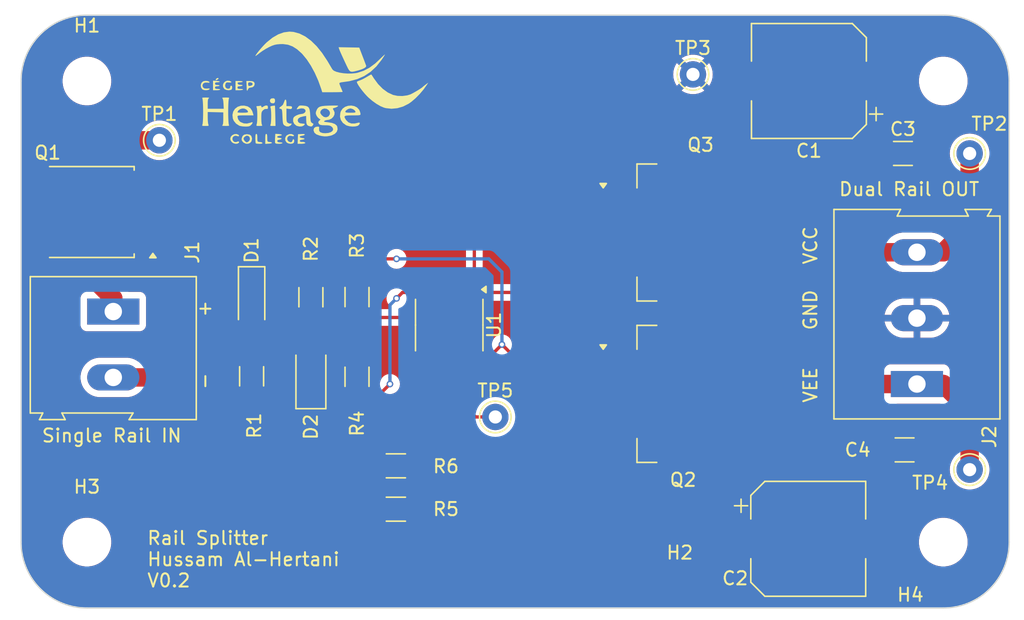
<source format=kicad_pcb>
(kicad_pcb (version 20240108) (generator "pcbnew") (generator_version "8.0")
  (layers (0 "F.Cu" signal) (31 "B.Cu" signal) (34 "B.Paste" user) (35 "F.Paste" user) (36 "B.SilkS" user "B.Silkscreen") (37 "F.SilkS" user "F.Silkscreen") (38 "B.Mask" user) (39 "F.Mask" user) (44 "Edge.Cuts" user))
  (net 0 "")
  (net 1 "VCC")
  (net 2 "GND")
  (net 3 "VEE")
  (net 4 "Net-(D1-A)")
  (net 5 "Net-(D2-A)")
  (net 6 "/PWRIN")
  (net 7 "Net-(Q2-B)")
  (net 8 "Net-(U1A-+)")
  (net 9 "Net-(U1B-+)")
  (net 10 "Net-(U1B--)")
  (footprint "LED_SMD:LED_1206_3216Metric_Pad1.42x1.75mm_HandSolder" (layer "F.Cu") (at 172 77.4125 90)
    (property "Reference" "D2" (at -3.8375 0 270) (layer "F.SilkS"))
    (property "Value" "LED")
    (pad "1" smd roundrect (at -1.4875 0 90) (size 1.425 1.75) (layers "F.Cu" "F.Paste" "F.Mask") (roundrect_rratio 0.175439) (net 3 "VEE"))
    (pad "2" smd roundrect (at 1.4875 0 90) (size 1.425 1.75) (layers "F.Cu" "F.Paste" "F.Mask") (roundrect_rratio 0.175439) (net 5 "Net-(D2-A)"))
  )
  (footprint "Capacitor_SMD:CP_Elec_8x10.5" (layer "F.Cu") (at 209.8 55 180)
    (property "Reference" "C1" (at 0 -5.3 180) (layer "F.SilkS"))
    (property "Value" "100u")
    (pad "1" smd roundrect (at -3.7 0 180) (size 4.4 2.5) (layers "F.Cu" "F.Paste" "F.Mask") (roundrect_rratio 0.1) (net 1 "VCC"))
    (pad "2" smd roundrect (at 3.7 0 180) (size 4.4 2.5) (layers "F.Cu" "F.Paste" "F.Mask") (roundrect_rratio 0.1) (net 2 "GND"))
  )
  (footprint "TestPoint:TestPoint_THTPad_D2.0mm_Drill1.0mm" (layer "F.Cu") (at 222 60.5)
    (property "Reference" "TP2" (at 1.5 -2.25 0) (layer "F.SilkS"))
    (property "Value" "VCC")
    (pad "1" thru_hole circle (at 0 0) (size 2 2) (drill 1) (layers "*.Cu" "*.Mask") (net 1 "VCC"))
  )
  (footprint "Package_TO_SOT_SMD:TO-263-2" (layer "F.Cu") (at 201.575 66.5)
    (property "Reference" "Q3" (at 0 -6.65 0) (layer "F.SilkS"))
    (property "Value" "NJVMJB41CT4G")
    (pad "1" smd roundrect (at -7.65 -2.54) (size 4.6 1.1) (layers "F.Cu" "F.Paste" "F.Mask") (roundrect_rratio 0.227273) (net 7 "Net-(Q2-B)"))
    (pad "2" smd roundrect (at -0.925 -2.775) (size 4.55 5.25) (layers "F.Cu" "F.Paste") (roundrect_rratio 0.054945) (net 1 "VCC"))
    (pad "2" smd roundrect (at -0.925 2.775) (size 4.55 5.25) (layers "F.Cu" "F.Paste") (roundrect_rratio 0.054945) (net 1 "VCC"))
    (pad "2" smd roundrect (at 1.5 0) (size 9.4 10.8) (layers "F.Cu" "F.Mask") (roundrect_rratio 0.026596) (net 1 "VCC"))
    (pad "2" smd roundrect (at 3.925 -2.775) (size 4.55 5.25) (layers "F.Cu" "F.Paste") (roundrect_rratio 0.054945) (net 1 "VCC"))
    (pad "2" smd roundrect (at 3.925 2.775) (size 4.55 5.25) (layers "F.Cu" "F.Paste") (roundrect_rratio 0.054945) (net 1 "VCC"))
    (pad "3" smd roundrect (at -7.65 2.54) (size 4.6 1.1) (layers "F.Cu" "F.Paste" "F.Mask") (roundrect_rratio 0.227273) (net 2 "GND"))
  )
  (footprint "Package_SO:SOIC-8_3.9x4.9mm_P1.27mm" (layer "F.Cu") (at 182.5 73.525 -90)
    (property "Reference" "U1" (at 0 -3.4 90) (layer "F.SilkS"))
    (property "Value" "OPA2990IDR")
    (pad "1" smd roundrect (at -2.475 -1.905 270) (size 1.95 0.6) (layers "F.Cu" "F.Paste" "F.Mask") (net 7 "Net-(Q2-B)"))
    (pad "2" smd roundrect (at -2.475 -0.635 270) (size 1.95 0.6) (layers "F.Cu" "F.Paste" "F.Mask") (net 2 "GND"))
    (pad "3" smd roundrect (at -2.475 0.635 270) (size 1.95 0.6) (layers "F.Cu" "F.Paste" "F.Mask") (net 8 "Net-(U1A-+)"))
    (pad "4" smd roundrect (at -2.475 1.905 270) (size 1.95 0.6) (layers "F.Cu" "F.Paste" "F.Mask") (net 3 "VEE"))
    (pad "5" smd roundrect (at 2.475 1.905 270) (size 1.95 0.6) (layers "F.Cu" "F.Paste" "F.Mask") (net 9 "Net-(U1B-+)"))
    (pad "6" smd roundrect (at 2.475 0.635 270) (size 1.95 0.6) (layers "F.Cu" "F.Paste" "F.Mask") (net 10 "Net-(U1B--)"))
    (pad "7" smd roundrect (at 2.475 -0.635 270) (size 1.95 0.6) (layers "F.Cu" "F.Paste" "F.Mask") (net 10 "Net-(U1B--)"))
    (pad "8" smd roundrect (at 2.475 -1.905 270) (size 1.95 0.6) (layers "F.Cu" "F.Paste" "F.Mask") (net 1 "VCC"))
  )
  (footprint "logos:heritage-logo-small" (layer "F.Cu") (at 172 55.5)
    (property "Reference" "G***" (hide yes))
    (property "Value" "LOGO" (hide yes))
  )
  (footprint "Resistor_SMD:R_1206_3216Metric_Pad1.30x1.75mm_HandSolder" (layer "F.Cu") (at 172 71.4125 -90)
    (property "Reference" "R2" (at -3.6625 0 90) (layer "F.SilkS"))
    (property "Value" "2.4k")
    (pad "1" smd roundrect (at -1.55 0 270) (size 1.3 1.75) (layers "F.Cu" "F.Paste" "F.Mask") (roundrect_rratio 0.192308) (net 1 "VCC"))
    (pad "2" smd roundrect (at 1.55 0 270) (size 1.3 1.75) (layers "F.Cu" "F.Paste" "F.Mask") (roundrect_rratio 0.192308) (net 5 "Net-(D2-A)"))
  )
  (footprint "MountingHole:MountingHole_3.2mm_M3" (layer "F.Cu") (at 220 90)
    (property "Reference" "H4" (at -2.5 4 0) (layer "F.SilkS"))
    (property "Value" "MountingHole")
    (pad "" np_thru_hole circle (at 0 0) (size 3.2 3.2) (drill 3.2) (layers "*.Cu" "*.Mask"))
  )
  (footprint "Resistor_SMD:R_1206_3216Metric_Pad1.30x1.75mm_HandSolder" (layer "F.Cu") (at 167.5 77.4125 -90)
    (property "Reference" "R1" (at 3.75 -0.2 90) (layer "F.SilkS"))
    (property "Value" "100k")
    (pad "1" smd roundrect (at -1.55 0 270) (size 1.3 1.75) (layers "F.Cu" "F.Paste" "F.Mask") (roundrect_rratio 0.192308) (net 4 "Net-(D1-A)"))
    (pad "2" smd roundrect (at 1.55 0 270) (size 1.3 1.75) (layers "F.Cu" "F.Paste" "F.Mask") (roundrect_rratio 0.192308) (net 3 "VEE"))
  )
  (footprint "Resistor_SMD:R_1206_3216Metric_Pad1.30x1.75mm_HandSolder" (layer "F.Cu") (at 178.45 87.5)
    (property "Reference" "R5" (at 3.8 0 0) (layer "F.SilkS"))
    (property "Value" "10k")
    (pad "1" smd roundrect (at -1.55 0) (size 1.3 1.75) (layers "F.Cu" "F.Paste" "F.Mask") (roundrect_rratio 0.192308) (net 1 "VCC"))
    (pad "2" smd roundrect (at 1.55 0) (size 1.3 1.75) (layers "F.Cu" "F.Paste" "F.Mask") (roundrect_rratio 0.192308) (net 9 "Net-(U1B-+)"))
  )
  (footprint "MountingHole:MountingHole_3.2mm_M3" (layer "F.Cu") (at 220 55)
    (property "Reference" "H2" (at -20 35.8 0) (layer "F.SilkS"))
    (property "Value" "MountingHole")
    (pad "" np_thru_hole circle (at 0 0) (size 3.2 3.2) (drill 3.2) (layers "*.Cu" "*.Mask"))
  )
  (footprint "Package_TO_SOT_SMD:TO-263-2" (layer "F.Cu") (at 201.575 78.75)
    (property "Reference" "Q2" (at -1.325 6.525 0) (layer "F.SilkS"))
    (property "Value" "NJVMJB42CT4G")
    (pad "1" smd roundrect (at -7.65 -2.54) (size 4.6 1.1) (layers "F.Cu" "F.Paste" "F.Mask") (roundrect_rratio 0.227273) (net 7 "Net-(Q2-B)"))
    (pad "2" smd roundrect (at -0.925 -2.775) (size 4.55 5.25) (layers "F.Cu" "F.Paste") (roundrect_rratio 0.054945) (net 3 "VEE"))
    (pad "2" smd roundrect (at -0.925 2.775) (size 4.55 5.25) (layers "F.Cu" "F.Paste") (roundrect_rratio 0.054945) (net 3 "VEE"))
    (pad "2" smd roundrect (at 1.5 0) (size 9.4 10.8) (layers "F.Cu" "F.Mask") (roundrect_rratio 0.026596) (net 3 "VEE"))
    (pad "2" smd roundrect (at 3.925 -2.775) (size 4.55 5.25) (layers "F.Cu" "F.Paste") (roundrect_rratio 0.054945) (net 3 "VEE"))
    (pad "2" smd roundrect (at 3.925 2.775) (size 4.55 5.25) (layers "F.Cu" "F.Paste") (roundrect_rratio 0.054945) (net 3 "VEE"))
    (pad "3" smd roundrect (at -7.65 2.54) (size 4.6 1.1) (layers "F.Cu" "F.Paste" "F.Mask") (roundrect_rratio 0.227273) (net 2 "GND"))
  )
  (footprint "TerminalBlock:TerminalBlock_Altech_AK300-2_P5.00mm" (layer "F.Cu") (at 157 72.5 -90)
    (property "Reference" "J1" (at -4.5 -6 90) (layer "F.SilkS"))
    (property "Value" "Screw_Terminal_01x02")
    (pad "1" thru_hole rect (at 0 0 270) (size 1.98 3.96) (drill 1.32) (layers "*.Cu" "*.Mask") (net 6 "/PWRIN"))
    (pad "2" thru_hole oval (at 5 0 270) (size 1.98 3.96) (drill 1.32) (layers "*.Cu" "*.Mask") (net 3 "VEE"))
  )
  (footprint "TestPoint:TestPoint_THTPad_D2.0mm_Drill1.0mm" (layer "F.Cu") (at 186 80.5)
    (property "Reference" "TP5" (at 0 -1.998 0) (layer "F.SilkS"))
    (property "Value" "TestPoint")
    (pad "1" thru_hole circle (at 0 0) (size 2 2) (drill 1) (layers "*.Cu" "*.Mask") (net 10 "Net-(U1B--)"))
  )
  (footprint "Package_TO_SOT_SMD:TO-252-2" (layer "F.Cu") (at 155.275 64.945 180)
    (property "Reference" "Q1" (at 3.26 4.5 180) (layer "F.SilkS"))
    (property "Value" "DMP6180SK3")
    (pad "1" smd roundrect (at -5.04 -2.28 180) (size 2.2 1.2) (layers "F.Cu" "F.Paste" "F.Mask") (roundrect_rratio 0.208333) (net 4 "Net-(D1-A)"))
    (pad "2" smd roundrect (at -0.415 -1.525 180) (size 3.05 2.75) (layers "F.Cu" "F.Paste") (roundrect_rratio 0.090909) (net 6 "/PWRIN"))
    (pad "2" smd roundrect (at -0.415 1.525 180) (size 3.05 2.75) (layers "F.Cu" "F.Paste") (roundrect_rratio 0.090909) (net 6 "/PWRIN"))
    (pad "2" smd roundrect (at 1.26 0 180) (size 6.4 5.8) (layers "F.Cu" "F.Mask") (roundrect_rratio 0.043103) (net 6 "/PWRIN"))
    (pad "2" smd roundrect (at 2.935 -1.525 180) (size 3.05 2.75) (layers "F.Cu" "F.Paste") (roundrect_rratio 0.090909) (net 6 "/PWRIN"))
    (pad "2" smd roundrect (at 2.935 1.525 180) (size 3.05 2.75) (layers "F.Cu" "F.Paste") (roundrect_rratio 0.090909) (net 6 "/PWRIN"))
    (pad "3" smd roundrect (at -5.04 2.28 180) (size 2.2 1.2) (layers "F.Cu" "F.Paste" "F.Mask") (roundrect_rratio 0.208333) (net 1 "VCC"))
  )
  (footprint "MountingHole:MountingHole_3.2mm_M3" (layer "F.Cu") (at 155 90)
    (property "Reference" "H3" (at 0 -4.2 0) (layer "F.SilkS"))
    (property "Value" "MountingHole")
    (pad "" np_thru_hole circle (at 0 0) (size 3.2 3.2) (drill 3.2) (layers "*.Cu" "*.Mask"))
  )
  (footprint "Resistor_SMD:R_1206_3216Metric_Pad1.30x1.75mm_HandSolder" (layer "F.Cu") (at 178.45 84.21 180)
    (property "Reference" "R6" (at -3.8 -0.04 180) (layer "F.SilkS"))
    (property "Value" "10k")
    (pad "1" smd roundrect (at -1.55 0 180) (size 1.3 1.75) (layers "F.Cu" "F.Paste" "F.Mask") (roundrect_rratio 0.192308) (net 9 "Net-(U1B-+)"))
    (pad "2" smd roundrect (at 1.55 0 180) (size 1.3 1.75) (layers "F.Cu" "F.Paste" "F.Mask") (roundrect_rratio 0.192308) (net 3 "VEE"))
  )
  (footprint "Capacitor_SMD:C_1206_3216Metric_Pad1.33x1.80mm_HandSolder" (layer "F.Cu") (at 216.9375 60.5)
    (property "Reference" "C3" (at 0 -1.85 360) (layer "F.SilkS"))
    (property "Value" "100n")
    (pad "1" smd roundrect (at -1.5625 0) (size 1.325 1.8) (layers "F.Cu" "F.Paste" "F.Mask") (roundrect_rratio 0.188679) (net 1 "VCC"))
    (pad "2" smd roundrect (at 1.5625 0) (size 1.325 1.8) (layers "F.Cu" "F.Paste" "F.Mask") (roundrect_rratio 0.188679) (net 2 "GND"))
  )
  (footprint "TerminalBlock:TerminalBlock_Altech_AK300-3_P5.00mm" (layer "F.Cu") (at 218 78 90)
    (property "Reference" "J2" (at -4 5.5 -90) (layer "F.SilkS"))
    (property "Value" "Screw_Terminal_01x03")
    (pad "1" thru_hole rect (at 0 0 90) (size 1.98 3.96) (drill 1.32) (layers "*.Cu" "*.Mask") (net 3 "VEE"))
    (pad "2" thru_hole oval (at 5 0 90) (size 1.98 3.96) (drill 1.32) (layers "*.Cu" "*.Mask") (net 2 "GND"))
    (pad "3" thru_hole oval (at 10 0 90) (size 1.98 3.96) (drill 1.32) (layers "*.Cu" "*.Mask") (net 1 "VCC"))
  )
  (footprint "Capacitor_SMD:C_1206_3216Metric_Pad1.33x1.80mm_HandSolder" (layer "F.Cu") (at 217.0625 83 180)
    (property "Reference" "C4" (at 3.5625 0 180) (layer "F.SilkS"))
    (property "Value" "100n")
    (pad "1" smd roundrect (at -1.5625 0 180) (size 1.325 1.8) (layers "F.Cu" "F.Paste" "F.Mask") (roundrect_rratio 0.188679) (net 2 "GND"))
    (pad "2" smd roundrect (at 1.5625 0 180) (size 1.325 1.8) (layers "F.Cu" "F.Paste" "F.Mask") (roundrect_rratio 0.188679) (net 3 "VEE"))
  )
  (footprint "Resistor_SMD:R_1206_3216Metric_Pad1.30x1.75mm_HandSolder" (layer "F.Cu") (at 175.5 77.45 -90)
    (property "Reference" "R4" (at 3.55 0 90) (layer "F.SilkS"))
    (property "Value" "10k")
    (pad "1" smd roundrect (at -1.55 0 270) (size 1.3 1.75) (layers "F.Cu" "F.Paste" "F.Mask") (roundrect_rratio 0.192308) (net 8 "Net-(U1A-+)"))
    (pad "2" smd roundrect (at 1.55 0 270) (size 1.3 1.75) (layers "F.Cu" "F.Paste" "F.Mask") (roundrect_rratio 0.192308) (net 3 "VEE"))
  )
  (footprint "Capacitor_SMD:CP_Elec_8x10.5" (layer "F.Cu") (at 209.75 89.75)
    (property "Reference" "C2" (at -5.55 3 0) (layer "F.SilkS"))
    (property "Value" "100u")
    (pad "1" smd roundrect (at -3.7 0) (size 4.4 2.5) (layers "F.Cu" "F.Paste" "F.Mask") (roundrect_rratio 0.1) (net 2 "GND"))
    (pad "2" smd roundrect (at 3.7 0) (size 4.4 2.5) (layers "F.Cu" "F.Paste" "F.Mask") (roundrect_rratio 0.1) (net 3 "VEE"))
  )
  (footprint "TestPoint:TestPoint_THTPad_D2.0mm_Drill1.0mm" (layer "F.Cu") (at 201 54.5)
    (property "Reference" "TP3" (at 0 -1.998 0) (layer "F.SilkS"))
    (property "Value" "GND")
    (pad "1" thru_hole circle (at 0 0) (size 2 2) (drill 1) (layers "*.Cu" "*.Mask") (net 2 "GND"))
  )
  (footprint "Diode_SMD:D_SOD-123" (layer "F.Cu") (at 167.5 71.4575 -90)
    (property "Reference" "D1" (at -3.6 0 90) (layer "F.SilkS"))
    (property "Value" "MMSZ52XXB")
    (pad "1" smd roundrect (at -1.65 0 270) (size 0.9 1.2) (layers "F.Cu" "F.Paste" "F.Mask") (net 1 "VCC"))
    (pad "2" smd roundrect (at 1.65 0 270) (size 0.9 1.2) (layers "F.Cu" "F.Paste" "F.Mask") (net 4 "Net-(D1-A)"))
  )
  (footprint "Resistor_SMD:R_1206_3216Metric_Pad1.30x1.75mm_HandSolder" (layer "F.Cu") (at 175.5 71.4 -90)
    (property "Reference" "R3" (at -3.9 0 90) (layer "F.SilkS"))
    (property "Value" "10k")
    (pad "1" smd roundrect (at -1.55 0 270) (size 1.3 1.75) (layers "F.Cu" "F.Paste" "F.Mask") (roundrect_rratio 0.192308) (net 1 "VCC"))
    (pad "2" smd roundrect (at 1.55 0 270) (size 1.3 1.75) (layers "F.Cu" "F.Paste" "F.Mask") (roundrect_rratio 0.192308) (net 8 "Net-(U1A-+)"))
  )
  (footprint "MountingHole:MountingHole_3.2mm_M3" (layer "F.Cu") (at 155 55)
    (property "Reference" "H1" (at 0 -4.2 0) (layer "F.SilkS"))
    (property "Value" "MountingHole")
    (pad "" np_thru_hole circle (at 0 0) (size 3.2 3.2) (drill 3.2) (layers "*.Cu" "*.Mask"))
  )
  (footprint "TestPoint:TestPoint_THTPad_D2.0mm_Drill1.0mm" (layer "F.Cu") (at 222 84.5)
    (property "Reference" "TP4" (at -3 1 0) (layer "F.SilkS"))
    (property "Value" "VEE")
    (pad "1" thru_hole circle (at 0 0) (size 2 2) (drill 1) (layers "*.Cu" "*.Mask") (net 3 "VEE"))
  )
  (footprint "TestPoint:TestPoint_THTPad_D2.0mm_Drill1.0mm" (layer "F.Cu") (at 160.5 59.5)
    (property "Reference" "TP1" (at 0 -1.998 0) (layer "F.SilkS"))
    (property "Value" "PWRIN")
    (pad "1" thru_hole circle (at 0 0) (size 2 2) (drill 1) (layers "*.Cu" "*.Mask") (net 6 "/PWRIN"))
  )
  (gr_line (start 155 50) (end 220 50) (stroke (width 0.1)) (layer "Edge.Cuts"))
  (gr_arc (start 155 95) (mid 151.464466 93.535534) (end 150 90) (stroke (width 0.1)) (layer "Edge.Cuts"))
  (gr_arc (start 225 90) (mid 223.535534 93.535534) (end 220 95) (stroke (width 0.1)) (layer "Edge.Cuts"))
  (gr_line (start 150 90) (end 150 55) (stroke (width 0.1)) (layer "Edge.Cuts"))
  (gr_arc (start 220 50) (mid 223.535534 51.464466) (end 225 55) (stroke (width 0.1)) (layer "Edge.Cuts"))
  (gr_arc (start 150 55) (mid 151.464466 51.464466) (end 155 50) (stroke (width 0.1)) (layer "Edge.Cuts"))
  (gr_line (start 220 95) (end 155 95) (stroke (width 0.1)) (layer "Edge.Cuts"))
  (gr_line (start 225 55) (end 225 90) (stroke (width 0.1)) (layer "Edge.Cuts"))
  (gr_text "GND" (at 210.5 74 90) (layer "F.SilkS") (effects (font (size 1 1)) (justify left bottom)))
  (gr_text "Single Rail IN" (at 151.5 82.5 0) (layer "F.SilkS") (effects (font (size 1 1)) (justify left bottom)))
  (gr_text "Dual Rail OUT" (at 212 63.798177 0) (layer "F.SilkS") (effects (font (size 1 1)) (justify left bottom)))
  (gr_text "+" (at 164.5 73 90) (layer "F.SilkS") (effects (font (size 1 1)) (justify left bottom)))
  (gr_text "Rail Splitter\nHussam Al-Hertani\nV0.2" (at 159.5 93.5 0) (layer "F.SilkS") (effects (font (size 1 1)) (justify left bottom)))
  (gr_text "VCC" (at 210.5 69 90) (layer "F.SilkS") (effects (font (size 1 1)) (justify left bottom)))
  (gr_text "-" (at 164.5 78.5 90) (layer "F.SilkS") (effects (font (size 1 1)) (justify left bottom)))
  (gr_text "VEE" (at 210.5 79.5 90) (layer "F.SilkS") (effects (font (size 1 1)) (justify left bottom)))
  (segment (start 167.5 69.8075) (end 171.945 69.8075) (width 1.397) (layer "F.Cu") (net 1))
  (segment (start 186.5 75) (end 185.5 76) (width 0.25) (layer "F.Cu") (net 1))
  (segment (start 211.5 68) (end 210 66.5) (width 1.397) (layer "F.Cu") (net 1))
  (segment (start 218 68) (end 220 68) (width 1.397) (layer "F.Cu") (net 1))
  (segment (start 177.5015 88.9765) (end 184.0235 88.9765) (width 0.25) (layer "F.Cu") (net 1))
  (segment (start 171.945 69.8075) (end 172 69.8625) (width 1.397) (layer "F.Cu") (net 1))
  (segment (start 210 66.5) (end 203.075 66.5) (width 1.397) (layer "F.Cu") (net 1))
  (segment (start 160.315 62.665) (end 163.665 62.665) (width 1.397) (layer "F.Cu") (net 1))
  (segment (start 188 85) (end 188 76.5) (width 0.25) (layer "F.Cu") (net 1))
  (segment (start 163.665 62.665) (end 167.5 66.5) (width 1.397) (layer "F.Cu") (net 1))
  (segment (start 215.375 60.5) (end 215.375 60.375) (width 1.397) (layer "F.Cu") (net 1))
  (segment (start 211.5 68) (end 212.5 68) (width 1.397) (layer "F.Cu") (net 1))
  (segment (start 203.075 60.575) (end 203.075 66.5) (width 1.397) (layer "F.Cu") (net 1))
  (segment (start 212.5 68) (end 218 68) (width 1.397) (layer "F.Cu") (net 1))
  (segment (start 175.5 63) (end 180 58.5) (width 1.397) (layer "F.Cu") (net 1))
  (segment (start 188 76.5) (end 186.5 75) (width 0.25) (layer "F.Cu") (net 1))
  (segment (start 220 68) (end 222 66) (width 1.397) (layer "F.Cu") (net 1))
  (segment (start 176.5 68.5) (end 178.5 68.5) (width 0.25) (layer "F.Cu") (net 1))
  (segment (start 215.375 60.375) (end 213.5 58.5) (width 1.397) (layer "F.Cu") (net 1))
  (segment (start 172 69.8625) (end 175.4875 69.8625) (width 1.397) (layer "F.Cu") (net 1))
  (segment (start 212.5 68) (end 215.375 65.125) (width 1.397) (layer "F.Cu") (net 1))
  (segment (start 175.4875 69.8625) (end 175.5 69.85) (width 1.397) (layer "F.Cu") (net 1))
  (segment (start 213.5 55) (end 213.5 58.5) (width 1.397) (layer "F.Cu") (net 1))
  (segment (start 176.9 88.375) (end 177.5015 88.9765) (width 0.25) (layer "F.Cu") (net 1))
  (segment (start 175.5 68.5) (end 175.5 63) (width 1.397) (layer "F.Cu") (net 1))
  (segment (start 215.375 65.125) (end 215.375 60.5) (width 1.397) (layer "F.Cu") (net 1))
  (segment (start 201 58.5) (end 203.075 60.575) (width 1.397) (layer "F.Cu") (net 1))
  (segment (start 184.0235 88.9765) (end 188 85) (width 0.25) (layer "F.Cu") (net 1))
  (segment (start 167.5 66.5) (end 167.5 69.8075) (width 1.397) (layer "F.Cu") (net 1))
  (segment (start 180 58.5) (end 201 58.5) (width 1.397) (layer "F.Cu") (net 1))
  (segment (start 176.9 87.5) (end 176.9 88.375) (width 0.25) (layer "F.Cu") (net 1))
  (segment (start 175.5 68.5) (end 176.5 68.5) (width 0.25) (layer "F.Cu") (net 1))
  (segment (start 175.5 69.85) (end 175.5 68.5) (width 1.397) (layer "F.Cu") (net 1))
  (segment (start 222 66) (end 222 60.5) (width 1.397) (layer "F.Cu") (net 1))
  (segment (start 185.5 76) (end 184.405 76) (width 0.25) (layer "F.Cu") (net 1))
  (via (at 178.5 68.5) (size 0.5) (drill 0.3) (layers "F.Cu" "B.Cu") (net 1))
  (via (at 186.5 75) (size 0.5) (drill 0.3) (layers "F.Cu" "B.Cu") (net 1))
  (segment (start 185.5 68.5) (end 186.5 69.5) (width 0.25) (layer "B.Cu") (net 1))
  (segment (start 178.5 68.5) (end 185.5 68.5) (width 0.25) (layer "B.Cu") (net 1))
  (segment (start 186.5 69.5) (end 186.5 75) (width 0.25) (layer "B.Cu") (net 1))
  (segment (start 177 81) (end 176.9 81.1) (width 1.397) (layer "F.Cu") (net 3))
  (segment (start 215.5 80.5) (end 213.75 78.75) (width 1.397) (layer "F.Cu") (net 3))
  (segment (start 177 80.5) (end 177 81) (width 1.397) (layer "F.Cu") (net 3))
  (segment (start 176 91.5) (end 197.75 91.5) (width 1.397) (layer "F.Cu") (net 3))
  (segment (start 215.5 80.5) (end 215.5 83) (width 1.397) (layer "F.Cu") (net 3))
  (segment (start 174 89.5) (end 176 91.5) (width 1.397) (layer "F.Cu") (net 3))
  (segment (start 220 78) (end 218 78) (width 1.397) (layer "F.Cu") (net 3))
  (segment (start 175.4 78.9) (end 175.5 79) (width 1.397) (layer "F.Cu") (net 3))
  (segment (start 163.5 77.5) (end 165 79) (width 1.397) (layer "F.Cu") (net 3))
  (segment (start 174 86) (end 174 89.5) (width 1.397) (layer "F.Cu") (net 3))
  (segment (start 175.79 84.21) (end 174 86) (width 1.397) (layer "F.Cu") (net 3))
  (segment (start 222 84.5) (end 222 80) (width 1.397) (layer "F.Cu") (net 3))
  (segment (start 222 80) (end 220 78) (width 1.397) (layer "F.Cu") (net 3))
  (segment (start 215.5 85.5) (end 213.45 87.55) (width 1.397) (layer "F.Cu") (net 3))
  (segment (start 171.9375 78.9625) (end 172 78.9) (width 1.397) (layer "F.Cu") (net 3))
  (segment (start 178.95 71.05) (end 178.5 71.5) (width 0.25) (layer "F.Cu") (net 3))
  (segment (start 175.5 79) (end 177 79) (width 0.25) (layer "F.Cu") (net 3))
  (segment (start 213.45 87.55) (end 213.45 89.75) (width 1.397) (layer "F.Cu") (net 3))
  (segment (start 218 78) (end 214.5 78) (width 1.397) (layer "F.Cu") (net 3))
  (segment (start 203.075 86.175) (end 203.075 78.75) (width 1.397) (layer "F.Cu") (net 3))
  (segment (start 175.5 79) (end 177 80.5) (width 1.397) (layer "F.Cu") (net 3))
  (segment (start 180.595 71.05) (end 178.95 71.05) (width 0.25) (layer "F.Cu") (net 3))
  (segment (start 177 79) (end 178 78) (width 0.25) (layer "F.Cu") (net 3))
  (segment (start 165 79) (end 166 79) (width 1.397) (layer "F.Cu") (net 3))
  (segment (start 166 79) (end 166.0375 78.9625) (width 1.397) (layer "F.Cu") (net 3))
  (segment (start 167.5 78.9625) (end 171.9375 78.9625) (width 1.397) (layer "F.Cu") (net 3))
  (segment (start 197.75 91.5) (end 203.075 86.175) (width 1.397) (layer "F.Cu") (net 3))
  (segment (start 215.5 83) (end 215.5 85.5) (width 1.397) (layer "F.Cu") (net 3))
  (segment (start 176.9 84.21) (end 175.79 84.21) (width 1.397) (layer "F.Cu") (net 3))
  (segment (start 213.75 78.75) (end 203.075 78.75) (width 1.397) (layer "F.Cu") (net 3))
  (segment (start 157 77.5) (end 163.5 77.5) (width 1.397) (layer "F.Cu") (net 3))
  (segment (start 166.0375 78.9625) (end 167.5 78.9625) (width 1.397) (layer "F.Cu") (net 3))
  (segment (start 214.5 78) (end 213.75 78.75) (width 1.397) (layer "F.Cu") (net 3))
  (segment (start 176.9 81.1) (end 176.9 84.21) (width 1.397) (layer "F.Cu") (net 3))
  (segment (start 172 78.9) (end 175.4 78.9) (width 1.397) (layer "F.Cu") (net 3))
  (via (at 178 78) (size 0.5) (drill 0.3) (layers "F.Cu" "B.Cu") (net 3))
  (via (at 178.5 71.5) (size 0.5) (drill 0.3) (layers "F.Cu" "B.Cu") (net 3))
  (segment (start 178 72) (end 178.5 71.5) (width 0.25) (layer "B.Cu") (net 3))
  (segment (start 178 77.5) (end 178 72) (width 0.25) (layer "B.Cu") (net 3))
  (segment (start 178 78) (end 178 77.5) (width 0.25) (layer "B.Cu") (net 3))
  (segment (start 162.6075 73.1075) (end 167.5 73.1075) (width 0.25) (layer "F.Cu") (net 4))
  (segment (start 160.315 70.815) (end 162.6075 73.1075) (width 0.25) (layer "F.Cu") (net 4))
  (segment (start 167.5 73.1075) (end 167.5 75.8625) (width 0.25) (layer "F.Cu") (net 4))
  (segment (start 160.315 67.225) (end 160.315 70.815) (width 0.25) (layer "F.Cu") (net 4))
  (segment (start 172 72.9625) (end 172 75.925) (width 0.25) (layer "F.Cu") (net 5))
  (segment (start 157 72.5) (end 157 71.5) (width 1.397) (layer "F.Cu") (net 6))
  (segment (start 154.015 64.945) (end 154.015 61.485) (width 1.397) (layer "F.Cu") (net 6))
  (segment (start 157 71.5) (end 154.015 68.515) (width 1.397) (layer "F.Cu") (net 6))
  (segment (start 154.015 68.515) (end 154.015 64.945) (width 1.397) (layer "F.Cu") (net 6))
  (segment (start 154.015 61.485) (end 156 59.5) (width 1.397) (layer "F.Cu") (net 6))
  (segment (start 156 59.5) (end 160.5 59.5) (width 1.397) (layer "F.Cu") (net 6))
  (segment (start 184.405 71.05) (end 187.55 71.05) (width 0.25) (layer "F.Cu") (net 7))
  (segment (start 193.925 63.96) (end 186.79 63.96) (width 0.25) (layer "F.Cu") (net 7))
  (segment (start 189.25 75) (end 190.46 76.21) (width 0.25) (layer "F.Cu") (net 7))
  (segment (start 189.25 72.75) (end 189.25 75) (width 0.25) (layer "F.Cu") (net 7))
  (segment (start 187.55 71.05) (end 189.25 72.75) (width 0.25) (layer "F.Cu") (net 7))
  (segment (start 186.79 63.96) (end 184.405 66.345) (width 0.25) (layer "F.Cu") (net 7))
  (segment (start 190.46 76.21) (end 193.925 76.21) (width 0.25) (layer "F.Cu") (net 7))
  (segment (start 184.405 66.345) (end 184.405 71.05) (width 0.25) (layer "F.Cu") (net 7))
  (segment (start 181.05 72.95) (end 181.865 72.135) (width 0.25) (layer "F.Cu") (net 8))
  (segment (start 175.5 72.95) (end 175.5 75.9) (width 0.25) (layer "F.Cu") (net 8))
  (segment (start 181.865 72.135) (end 181.865 71.05) (width 0.25) (layer "F.Cu") (net 8))
  (segment (start 175.5 72.95) (end 181.05 72.95) (width 0.25) (layer "F.Cu") (net 8))
  (segment (start 180.595 76) (end 180.595 80.905) (width 0.25) (layer "F.Cu") (net 9))
  (segment (start 180 81.5) (end 180 84.21) (width 0.25) (layer "F.Cu") (net 9))
  (segment (start 180.595 80.905) (end 180 81.5) (width 0.25) (layer "F.Cu") (net 9))
  (segment (start 180 84.21) (end 180 87.5) (width 0.25) (layer "F.Cu") (net 9))
  (segment (start 183.135 76) (end 183.135 79.135) (width 0.25) (layer "F.Cu") (net 10))
  (segment (start 184.5 80.5) (end 186 80.5) (width 0.25) (layer "F.Cu") (net 10))
  (segment (start 183.135 79.135) (end 184.5 80.5) (width 0.25) (layer "F.Cu") (net 10))
  (segment (start 181.865 76) (end 183.135 76) (width 0.25) (layer "F.Cu") (net 10))
  (zone (net 2) (net_name "GND") (layers "F&B.Cu") (connect_pads (clearance 0.508)) (min_thickness 0.25) (fill yes (thermal_gap 0.5) (thermal_bridge_width 0.5))
    (polygon (pts (xy 225 50) (xy 225 95) (xy 150 95) (xy 150 50)))
  )
)
</source>
